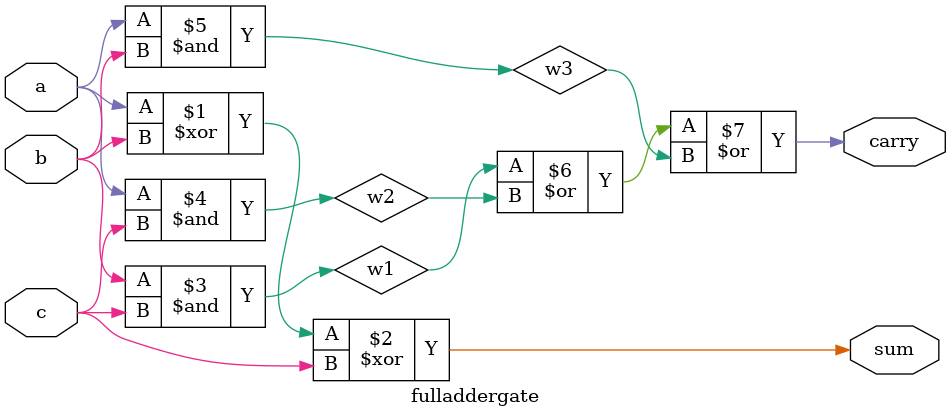
<source format=v>
module fulladdergate( 
	input a,b,c,
	output sum,carry);

	wire w1,w2,w3;	
	xor x1(sum,a,b,c);
	and a1(w1,b,c);
	and a2(w2,a,c);
	and a3(w3,a,b);
	or o1(carry,w1,w2,w3);
endmodule

</source>
